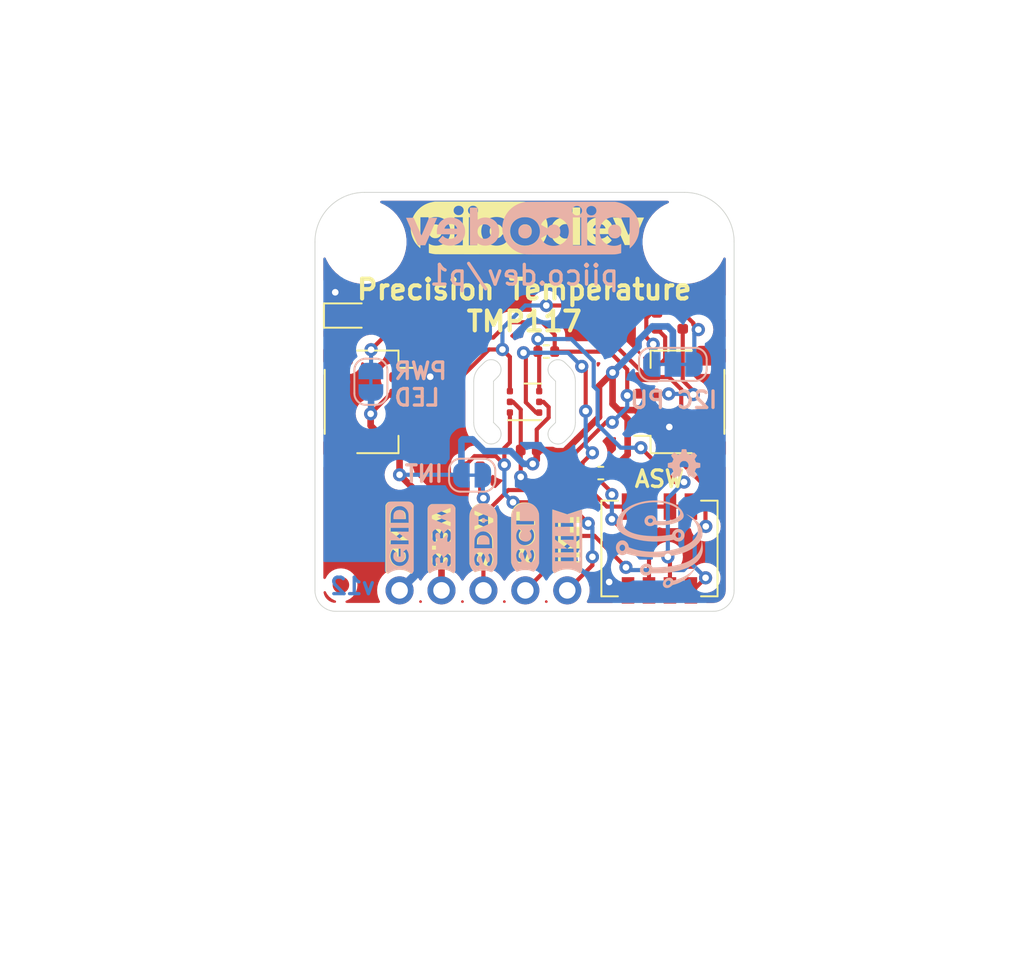
<source format=kicad_pcb>
(kicad_pcb (version 20211014) (generator pcbnew)
  (title_block (date "2021-12-23") (rev "v11") (comment 2 "PiicoDev and the PiicoDev logo are trademarks of Core Electronics Pty Ltd.") (comment 3 "License: CCASAv4.0 http://creativecommons.org/licenses/by-sa/4.0") (comment 4 "based off: https://www.sparkfun.com/products/15805"))
  (layers (0 "F.Cu" signal) (31 "B.Cu" signal) (34 "B.Paste" user) (35 "F.Paste" user) (36 "B.SilkS" user "B.Silkscreen") (37 "F.SilkS" user "F.Silkscreen") (38 "B.Mask" user) (39 "F.Mask" user) (44 "Edge.Cuts" user))
  (net 0 "")
  (net 1 "+3V3")
  (net 2 "GND")
  (net 3 "Net-(D1-Pad2)")
  (net 4 "/SCL")
  (net 5 "/SDA")
  (net 6 "Net-(JP1-Pad2)")
  (net 7 "Net-(JP2-Pad2)")
  (net 8 "Net-(JP3-Pad3)")
  (net 9 "Net-(JP3-Pad1)")
  (net 10 "/~{INT}")
  (net 11 "Net-(SW1-Pad5)")
  (net 12 "Net-(R6-Pad1)")
  (net 13 "Net-(SW1-Pad2)")
  (footprint "Capacitor_SMD:C_0402_1005Metric" (layer "F.Cu") (at 12.954 15.621)
    (fp_text reference "C1" hide)
    (fp_text value "100n")
    (pad "1" smd roundrect locked (at -0.485 0) (size 0.59 0.64) (layers "F.Cu" "F.Paste" "F.Mask") (net 2 "GND"))
    (pad "2" smd roundrect locked (at 0.485 0) (size 0.59 0.64) (layers "F.Cu" "F.Paste" "F.Mask") (net 1 "+3V3"))
  )
  (footprint "Connector_JST:JST_SH_SM04B-SRSS-TB_1x04-1MP_P1.00mm_Horizontal" (layer "F.Cu") (at 3.2766 12.7 -90)
    (fp_text reference "J1" hide)
    (fp_text value " ")
    (pad "1" smd roundrect locked (at -1.5 -2 270) (size 0.6 1.55) (layers "F.Cu" "F.Paste" "F.Mask") (net 2 "GND"))
    (pad "2" smd roundrect locked (at -0.5 -2 270) (size 0.6 1.55) (layers "F.Cu" "F.Paste" "F.Mask") (net 1 "+3V3"))
    (pad "3" smd roundrect locked (at 0.5 -2 270) (size 0.6 1.55) (layers "F.Cu" "F.Paste" "F.Mask") (net 5 "/SDA"))
    (pad "4" smd roundrect locked (at 1.5 -2 270) (size 0.6 1.55) (layers "F.Cu" "F.Paste" "F.Mask") (net 4 "/SCL"))
    (pad "MP" smd roundrect locked (at -2.8 1.875 270) (size 1.2 1.8) (layers "F.Cu" "F.Paste" "F.Mask") (roundrect_rratio 0.2083325))
    (pad "MP" smd roundrect locked (at 2.8 1.875 270) (size 1.2 1.8) (layers "F.Cu" "F.Paste" "F.Mask") (roundrect_rratio 0.2083325))
  )
  (footprint "Connector_JST:JST_SH_SM04B-SRSS-TB_1x04-1MP_P1.00mm_Horizontal" (layer "F.Cu") (at 22.1234 12.7 90)
    (fp_text reference "J2" hide)
    (fp_text value " ")
    (pad "1" smd roundrect locked (at -1.5 -2 90) (size 0.6 1.55) (layers "F.Cu" "F.Paste" "F.Mask") (net 2 "GND"))
    (pad "2" smd roundrect locked (at -0.5 -2 90) (size 0.6 1.55) (layers "F.Cu" "F.Paste" "F.Mask") (net 1 "+3V3"))
    (pad "3" smd roundrect locked (at 0.5 -2 90) (size 0.6 1.55) (layers "F.Cu" "F.Paste" "F.Mask") (net 5 "/SDA"))
    (pad "4" smd roundrect locked (at 1.5 -2 90) (size 0.6 1.55) (layers "F.Cu" "F.Paste" "F.Mask") (net 4 "/SCL"))
    (pad "MP" smd roundrect locked (at 2.8 1.875 90) (size 1.2 1.8) (layers "F.Cu" "F.Paste" "F.Mask") (roundrect_rratio 0.2083325))
    (pad "MP" smd roundrect locked (at -2.8 1.875 90) (size 1.2 1.8) (layers "F.Cu" "F.Paste" "F.Mask") (roundrect_rratio 0.2083325))
  )
  (footprint "Resistor_SMD:R_0402_1005Metric" (layer "F.Cu") (at 9.525 16.637 180)
    (fp_text reference "R2" hide)
    (fp_text value "10k")
    (pad "1" smd roundrect locked (at -0.485 0 180) (size 0.59 0.64) (layers "F.Cu" "F.Paste" "F.Mask") (net 7 "Net-(JP2-Pad2)"))
    (pad "2" smd roundrect locked (at 0.485 0 180) (size 0.59 0.64) (layers "F.Cu" "F.Paste" "F.Mask") (net 10 "/~{INT}"))
  )
  (footprint "Package_SON:WSON-6-1EP_2x2mm_P0.65mm_EP1x1.6mm" (layer "F.Cu") (at 12.7 12.7)
    (fp_text reference "U1" hide)
    (fp_text value "TMP117")
    (pad "1" smd roundrect locked (at -0.8875 -0.65) (size 0.375 0.4) (layers "F.Cu" "F.Paste" "F.Mask") (net 4 "/SCL"))
    (pad "2" smd roundrect locked (at -0.8875 0) (size 0.375 0.4) (layers "F.Cu" "F.Paste" "F.Mask") (net 2 "GND"))
    (pad "3" smd roundrect locked (at -0.8875 0.65) (size 0.375 0.4) (layers "F.Cu" "F.Paste" "F.Mask") (net 10 "/~{INT}"))
    (pad "4" smd roundrect locked (at 0.8875 0.65) (size 0.375 0.4) (layers "F.Cu" "F.Paste" "F.Mask") (net 11 "Net-(SW1-Pad5)"))
    (pad "5" smd roundrect locked (at 0.8875 0) (size 0.375 0.4) (layers "F.Cu" "F.Paste" "F.Mask") (net 1 "+3V3"))
    (pad "6" smd roundrect locked (at 0.8875 -0.65) (size 0.375 0.4) (layers "F.Cu" "F.Paste" "F.Mask") (net 12 "Net-(R6-Pad1)"))
  )
  (footprint "MountingHole:MountingHole_2.7mm_M2.5" (layer "F.Cu") (at 3 3)
    (fp_text reference "H1")
    (fp_text value "MountingHole")
    (pad "" np_thru_hole circle locked (at 0 0) (size 2.7 2.7) (drill 2.7) (layers *.Cu *.Mask))
  )
  (footprint "Resistor_SMD:R_0402_1005Metric" (layer "F.Cu") (at 22.2857 7.7851 -90)
    (fp_text reference "R4" hide)
    (fp_text value "10k")
    (pad "1" smd roundrect locked (at -0.485 0 270) (size 0.59 0.64) (layers "F.Cu" "F.Paste" "F.Mask") (net 9 "Net-(JP3-Pad1)"))
    (pad "2" smd roundrect locked (at 0.485 0 270) (size 0.59 0.64) (layers "F.Cu" "F.Paste" "F.Mask") (net 5 "/SDA"))
  )
  (footprint "MountingHole:MountingHole_2.7mm_M2.5" (layer "F.Cu") (at 22.4 3)
    (fp_text reference "H4")
    (fp_text value "MountingHole")
    (pad "" np_thru_hole circle locked (at 0 0) (size 2.7 2.7) (drill 2.7) (layers *.Cu *.Mask))
  )
  (footprint "Fiducial:Fiducial_1mm_Mask2mm" (layer "F.Cu") (at 1.572 23.7998)
    (fp_text reference "FID2")
    (fp_text value "Fiducial")
    (pad "" smd circle locked (at 0 0) (size 1 1) (layers "F.Cu" "F.Mask") (clearance 0.5))
  )
  (footprint "Resistor_SMD:R_0402_1005Metric" (layer "F.Cu") (at 4.4041 7.6835 90)
    (fp_text reference "R1" hide)
    (fp_text value "10k")
    (pad "1" smd roundrect locked (at -0.485 0 90) (size 0.59 0.64) (layers "F.Cu" "F.Paste" "F.Mask") (net 6 "Net-(JP1-Pad2)"))
    (pad "2" smd roundrect locked (at 0.485 0 90) (size 0.59 0.64) (layers "F.Cu" "F.Paste" "F.Mask") (net 3 "Net-(D1-Pad2)"))
  )
  (footprint "LED_SMD:LED_0603_1608Metric" (layer "F.Cu") (at 2.0292 7.4676)
    (fp_text reference "D1" hide)
    (fp_text value "LED")
    (pad "1" smd roundrect locked (at -0.7875 0) (size 0.875 0.95) (layers "F.Cu" "F.Paste" "F.Mask") (net 2 "GND"))
    (pad "2" smd roundrect locked (at 0.7875 0) (size 0.875 0.95) (layers "F.Cu" "F.Paste" "F.Mask") (net 3 "Net-(D1-Pad2)"))
  )
  (footprint "CoreElectronics_Artwork:piicodev_logo_14.2x3.4mm" (layer "F.Cu") (at 12.8877 2.2606)
    (fp_text reference "G2" hide)
    (fp_text value "LOGO_piico" hide)
  )
  (footprint "Fiducial:Fiducial_1mm_Mask2mm" (layer "F.Cu") (at 24.051 6.985)
    (fp_text reference "FID1")
    (fp_text value "Fiducial")
    (pad "" smd circle locked (at 0 0) (size 1 1) (layers "F.Cu" "F.Mask") (clearance 0.5))
  )
  (footprint "Resistor_SMD:R_0402_1005Metric" (layer "F.Cu") (at 20.7236 7.7851 -90)
    (fp_text reference "R3" hide)
    (fp_text value "10k")
    (pad "1" smd roundrect locked (at -0.485 0 270) (size 0.59 0.64) (layers "F.Cu" "F.Paste" "F.Mask") (net 8 "Net-(JP3-Pad3)"))
    (pad "2" smd roundrect locked (at 0.485 0 270) (size 0.59 0.64) (layers "F.Cu" "F.Paste" "F.Mask") (net 4 "/SCL"))
  )
  (footprint "Resistor_SMD:R_0402_1005Metric" (layer "F.Cu") (at 17.32 17.018 180)
    (fp_text reference "R5" hide)
    (fp_text value "10k")
    (pad "1" smd roundrect (at -0.51 0 180) (size 0.54 0.64) (layers "F.Cu" "F.Paste" "F.Mask") (net 1 "+3V3"))
    (pad "2" smd roundrect (at 0.51 0 180) (size 0.54 0.64) (layers "F.Cu" "F.Paste" "F.Mask") (net 13 "Net-(SW1-Pad2)"))
  )
  (footprint "CoreElectronics_Components:SW_DIP_x04_Slide_CHS-04A1" (layer "F.Cu") (at 20.876 21.59)
    (fp_text reference "SW1" hide)
    (fp_text value "SW_DIP_x04")
    (pad "1" smd rect locked (at -1.905 2.54) (size 0.76 1.6) (layers "F.Cu" "F.Paste" "F.Mask") (net 2 "GND"))
    (pad "2" smd rect locked (at -0.635 2.54) (size 0.76 1.6) (layers "F.Cu" "F.Paste" "F.Mask") (net 13 "Net-(SW1-Pad2)"))
    (pad "3" smd rect locked (at 0.635 2.54) (size 0.76 1.6) (layers "F.Cu" "F.Paste" "F.Mask") (net 12 "Net-(R6-Pad1)"))
    (pad "4" smd rect locked (at 1.905 2.54) (size 0.76 1.6) (layers "F.Cu" "F.Paste" "F.Mask") (net 4 "/SCL"))
    (pad "5" smd rect locked (at 1.905 -2.54) (size 0.76 1.6) (layers "F.Cu" "F.Paste" "F.Mask") (net 11 "Net-(SW1-Pad5)"))
    (pad "6" smd rect locked (at 0.635 -2.54) (size 0.76 1.6) (layers "F.Cu" "F.Paste" "F.Mask") (net 11 "Net-(SW1-Pad5)"))
    (pad "7" smd rect locked (at -0.635 -2.54) (size 0.76 1.6) (layers "F.Cu" "F.Paste" "F.Mask") (net 11 "Net-(SW1-Pad5)"))
    (pad "8" smd rect locked (at -1.905 -2.54) (size 0.76 1.6) (layers "F.Cu" "F.Paste" "F.Mask") (net 11 "Net-(SW1-Pad5)"))
  )
  (footprint "Resistor_SMD:R_0402_1005Metric" (layer "F.Cu") (at 14.018 9.652)
    (fp_text reference "R6" hide)
    (fp_text value "120R")
    (pad "1" smd roundrect (at -0.51 0) (size 0.54 0.64) (layers "F.Cu" "F.Paste" "F.Mask") (net 12 "Net-(R6-Pad1)"))
    (pad "2" smd roundrect (at 0.51 0) (size 0.54 0.64) (layers "F.Cu" "F.Paste" "F.Mask") (net 5 "/SDA"))
  )
  (footprint "CoreElectronics_Components:SolderJumper-2_P1.3mm_Bridged_RoundedPad1.0x1.5mm" (layer "B.Cu") (at 9.525 17.145)
    (fp_text reference "JP2" hide)
    (fp_text value "INT")
    (fp_poly (pts (xy 0.25 0.1) (xy -0.25 0.1) (xy -0.25 -0.1) (xy 0.25 -0.1)) (layer "B.Cu") (width 0) (fill solid))
    (pad "1" smd custom locked (at -0.65 0) (size 1 0.5) (layers "B.Cu" "B.Mask") (net 1 "+3V3") (options (clearance outline) (anchor rect)) (primitives (gr_circle (center 0 -0.25) (end 0.5 -0.25) (width 0) (fill yes)) (gr_circle (center 0 0.25) (end 0.5 0.25) (width 0) (fill yes)) (gr_poly (pts (xy 0 0.75) (xy 0.5 0.75) (xy 0.5 -0.75) (xy 0 -0.75)) (width 0) (fill yes))))
    (pad "2" smd custom locked (at 0.65 0) (size 1 0.5) (layers "B.Cu" "B.Mask") (net 7 "Net-(JP2-Pad2)") (options (clearance outline) (anchor rect)) (primitives (gr_circle (center 0 -0.25) (end 0.5 -0.25) (width 0) (fill yes)) (gr_circle (center 0 0.25) (end 0.5 0.25) (width 0) (fill yes)) (gr_poly (pts (xy 0 0.75) (xy -0.5 0.75) (xy -0.5 -0.75) (xy 0 -0.75)) (width 0) (fill yes))))
  )
  (footprint "CoreElectronics_Components:SolderJumper-3_P1.3mm_Closed_RoundedPad1.0x1.5mm_NumberLabels" (layer "B.Cu") (at 21.6888 10.4267 180)
    (fp_text reference "JP3" hide)
    (fp_text value "I2C PU")
    (fp_line (start -0.85 0) (end 0.85 0) (layer "B.Cu") (width 0.2))
    (pad "1" smd custom locked (at -1.3 0 180) (size 1 0.5) (layers "B.Cu" "B.Mask") (net 9 "Net-(JP3-Pad1)") (options (clearance outline) (anchor rect)) (primitives (gr_circle (center 0 -0.25) (end 0.5 -0.25) (width 0) (fill yes)) (gr_circle (center 0 0.25) (end 0.5 0.25) (width 0) (fill yes)) (gr_poly (pts (xy 0.55 0.75) (xy 0 0.75) (xy 0 -0.75) (xy 0.55 -0.75)) (width 0) (fill yes))))
    (pad "2" smd rect locked (at 0 0 180) (size 1 1.5) (layers "B.Cu" "B.Mask") (net 1 "+3V3"))
    (pad "3" smd custom locked (at 1.3 0 180) (size 1 0.5) (layers "B.Cu" "B.Mask") (net 8 "Net-(JP3-Pad3)") (options (clearance outline) (anchor rect)) (primitives (gr_circle (center 0 -0.25) (end 0.5 -0.25) (width 0) (fill yes)) (gr_circle (center 0 0.25) (end 0.5 0.25) (width 0) (fill yes)) (gr_poly (pts (xy -0.55 0.75) (xy 0 0.75) (xy 0 -0.75) (xy -0.55 -0.75)) (width 0) (fill yes))))
  )
  (footprint "CoreElectronics_Components:PiicoDev_header_5pin_INT" (layer "B.Cu") (at 5.128 24.13 -90)
    (fp_text reference "J3")
    (fp_text value " ")
    (pad "1" thru_hole circle locked (at 0 0 270) (size 1.7 1.7) (drill 1) (layers *.Cu *.Mask) (net 2 "GND"))
    (pad "2" thru_hole oval locked (at 0 -2.54 270) (size 1.7 1.7) (drill 1) (layers *.Cu *.Mask) (net 1 "+3V3"))
    (pad "3" thru_hole oval locked (at 0 -5.08 270) (size 1.7 1.7) (drill 1) (layers *.Cu *.Mask) (net 5 "/SDA"))
    (pad "4" thru_hole oval locked (at 0 -7.62 270) (size 1.7 1.7) (drill 1) (layers *.Cu *.Mask) (net 4 "/SCL"))
    (pad "5" thru_hole oval locked (at 0 -10.16 270) (size 1.7 1.7) (drill 1) (layers *.Cu *.Mask) (net 10 "/~{INT}"))
  )
  (footprint "CoreElectronics_Logos:oshw" (layer "B.Cu") (at 22.3746 16.4592 180)
    (fp_text reference "LOGO1" hide)
    (fp_text value "Logo_Open_Hardware_Small" hide)
  )
  (footprint "CoreElectronics_Artwork:CoreElectronics_logo_5mm" (layer "B.Cu") (at 20.876 21.336 180)
    (fp_text reference "G1" hide)
    (fp_text value "LOGO_CoreElectronics_no-text" hide)
  )
  (footprint "CoreElectronics_Artwork:piicodev_logo_14.2x3.4mm" (layer "B.Cu") (at 12.5702 2.2733 180)
    (fp_text reference "G3" hide)
    (fp_text value "LOGO_made-with-love" hide)
  )
  (footprint "CoreElectronics_Components:SolderJumper-2_P1.3mm_Bridged_RoundedPad1.0x1.5mm" (layer "B.Cu") (at 3.3881 11.4808 90)
    (fp_text reference "JP1" hide)
    (fp_text value "LED")
    (fp_poly (pts (xy 0.25 0.1) (xy -0.25 0.1) (xy -0.25 -0.1) (xy 0.25 -0.1)) (layer "B.Cu") (width 0) (fill solid))
    (pad "1" smd custom locked (at -0.65 0 90) (size 1 0.5) (layers "B.Cu" "B.Mask") (net 1 "+3V3") (options (clearance outline) (anchor rect)) (primitives (gr_circle (center 0 -0.25) (end 0.5 -0.25) (width 0) (fill yes)) (gr_circle (center 0 0.25) (end 0.5 0.25) (width 0) (fill yes)) (gr_poly (pts (xy 0 0.75) (xy 0.5 0.75) (xy 0.5 -0.75) (xy 0 -0.75)) (width 0) (fill yes))))
    (pad "2" smd custom locked (at 0.65 0 90) (size 1 0.5) (layers "B.Cu" "B.Mask") (net 6 "Net-(JP1-Pad2)") (options (clearance outline) (anchor rect)) (primitives (gr_circle (center 0 -0.25) (end 0.5 -0.25) (width 0) (fill yes)) (gr_circle (center 0 0.25) (end 0.5 0.25) (width 0) (fill yes)) (gr_poly (pts (xy 0 0.75) (xy -0.5 0.75) (xy -0.5 -0.75) (xy 0 -0.75)) (width 0) (fill yes))))
  )
  (gr_curve (pts (xy 9.968794 14.796654) (xy 9.968794 14.796654) (xy 10.254543 15.078894) (xy 10.254543 15.078894)) (layer "Edge.Cuts") (width 0.05))
  (gr_curve (pts (xy 11.101218 14.232218) (xy 11.101218 14.232218) (xy 10.819 13.95) (xy 10.819 13.95)) (layer "Edge.Cuts") (width 0.05))
  (gr_curve (pts (xy 11.277607 14.655556) (xy 11.277607 14.489739) (xy 11.210579 14.338047) (xy 11.101218 14.232218)) (layer "Edge.Cuts") (width 0.05))
  (gr_curve (pts (xy 10.819 11.448797) (xy 10.819 11.448797) (xy 11.101218 11.166579) (xy 11.101218 11.166579)) (layer "Edge.Cuts") (width 0.05))
  (gr_curve (pts (xy 9.619547 13.95) (xy 9.619547 14.281612) (xy 9.753605 14.577934) (xy 9.968794 14.796654)) (layer "Edge.Cuts") (width 0.05))
  (gr_curve (pts (xy 11.277607 10.73971) (xy 11.277607 10.549218) (xy 11.189413 10.37636) (xy 11.048293 10.270531)) (layer "Edge.Cuts") (width 0.05))
  (gr_curve (pts (xy 11.048293 10.270531) (xy 10.945995 10.189377) (xy 10.819 10.140005) (xy 10.677881 10.140005)) (layer "Edge.Cuts") (width 0.05))
  (gr_curve (pts (xy 11.101218 11.166579) (xy 11.101218 11.166579) (xy 11.101218 11.163047) (xy 11.101218 11.163047)) (layer "Edge.Cuts") (width 0.05))
  (gr_curve (pts (xy 11.101218 11.163047) (xy 11.210579 11.057218) (xy 11.277607 10.905527) (xy 11.277607 10.73971)) (layer "Edge.Cuts") (width 0.05))
  (gr_curve (pts (xy 9.968794 10.598612) (xy 9.753605 10.817332) (xy 9.619547 11.117185) (xy 9.619547 11.448797)) (layer "Edge.Cuts") (width 0.05))
  (gr_curve (pts (xy 9.619547 11.448797) (xy 9.619547 11.448797) (xy 9.619547 13.95) (xy 9.619547 13.95)) (layer "Edge.Cuts") (width 0.05))
  (gr_curve (pts (xy 10.254543 10.316394) (xy 10.254543 10.316394) (xy 9.968794 10.598612) (xy 9.968794 10.598612)) (layer "Edge.Cuts") (width 0.05))
  (gr_curve (pts (xy 10.254543 15.078894) (xy 10.363903 15.188254) (xy 10.512086 15.255283) (xy 10.677881 15.255283)) (layer "Edge.Cuts") (width 0.05))
  (gr_curve (pts (xy 10.677881 10.140005) (xy 10.512086 10.140005) (xy 10.363903 10.207033) (xy 10.254543 10.316394)) (layer "Edge.Cuts") (width 0.05))
  (gr_curve (pts (xy 10.819 13.95) (xy 10.819 13.95) (xy 10.819 11.448797) (xy 10.819 11.448797)) (layer "Edge.Cuts") (width 0.05))
  (gr_curve (pts (xy 11.044762 15.128266) (xy 11.185882 15.018906) (xy 11.277607 14.84958) (xy 11.277607 14.655556)) (layer "Edge.Cuts") (width 0.05))
  (gr_curve (pts (xy 10.677881 15.255283) (xy 10.815469 15.255283) (xy 10.942464 15.20942) (xy 11.044762 15.128266)) (layer "Edge.Cuts") (width 0.05))
  (gr_line (start 24.13 25.4) (end 1.27 25.4) (layer "Edge.Cuts") (width 0.05))
  (gr_arc (start 25.4 24.13) (mid 25.028026 25.028026) (end 24.13 25.4) (layer "Edge.Cuts") (width 0.05))
  (gr_arc (start 1.27 25.4) (mid 0.371974 25.028026) (end 0 24.13) (layer "Edge.Cuts") (width 0.05))
  (gr_curve (pts (xy 14.122187 10.743056) (xy 14.122187 10.552564) (xy 14.210381 10.379706) (xy 14.351501 10.273877)) (layer "Edge.Cuts") (width 0.05))
  (gr_curve (pts (xy 15.431 14.8) (xy 15.431 14.8) (xy 15.145251 15.08224) (xy 15.145251 15.08224)) (layer "Edge.Cuts") (width 0.05))
  (gr_curve (pts (xy 14.721913 15.258629) (xy 14.584325 15.258629) (xy 14.45733 15.212766) (xy 14.355032 15.131612)) (layer "Edge.Cuts") (width 0.05))
  (gr_curve (pts (xy 14.355032 15.131612) (xy 14.213912 15.022252) (xy 14.122187 14.852926) (xy 14.122187 14.658902)) (layer "Edge.Cuts") (width 0.05))
  (gr_curve (pts (xy 14.580794 11.452143) (xy 14.580794 11.452143) (xy 14.298576 11.169925) (xy 14.298576 11.169925)) (layer "Edge.Cuts") (width 0.05))
  (gr_curve (pts (xy 14.298576 11.169925) (xy 14.298576 11.169925) (xy 14.298576 11.166393) (xy 14.298576 11.166393)) (layer "Edge.Cuts") (width 0.05))
  (gr_arc (start 22.4 0) (mid 24.52132 0.87868) (end 25.4 3) (layer "Edge.Cuts") (width 0.05))
  (gr_curve (pts (xy 15.780247 11.452143) (xy 15.780247 11.452143) (xy 15.780247 13.953346) (xy 15.780247 13.953346)) (layer "Edge.Cuts") (width 0.05))
  (gr_curve (pts (xy 14.298576 14.235564) (xy 14.298576 14.235564) (xy 14.580794 13.953346) (xy 14.580794 13.953346)) (layer "Edge.Cuts") (width 0.05))
  (gr_curve (pts (xy 14.122187 14.658902) (xy 14.122187 14.493085) (xy 14.189215 14.341393) (xy 14.298576 14.235564)) (layer "Edge.Cuts") (width 0.05))
  (gr_curve (pts (xy 14.721913 10.143351) (xy 14.887708 10.143351) (xy 15.035891 10.210379) (xy 15.145251 10.31974)) (layer "Edge.Cuts") (width 0.05))
  (gr_curve (pts (xy 15.145251 15.08224) (xy 15.035891 15.1916) (xy 14.887708 15.258629) (xy 14.721913 15.258629)) (layer "Edge.Cuts") (width 0.05))
  (gr_curve (pts (xy 14.580794 13.953346) (xy 14.580794 13.953346) (xy 14.580794 11.452143) (xy 14.580794 11.452143)) (layer "Edge.Cuts") (width 0.05))
  (gr_curve (pts (xy 15.780247 13.953346) (xy 15.780247 14.284958) (xy 15.646189 14.58128) (xy 15.431 14.8)) (layer "Edge.Cuts") (width 0.05))
  (gr_line (start 3 0) (end 22.4 0) (layer "Edge.Cuts") (width 0.05))
  (gr_line (start 0 24.13) (end 0 3) (layer "Edge.Cuts") (width 0.05))
  (gr_curve (pts (xy 15.145251 10.31974) (xy 15.145251 10.31974) (xy 15.431 10.601958) (xy 15.431 10.601958)) (layer "Edge.Cuts") (width 0.05))
  (gr_curve (pts (xy 14.298576 11.166393) (xy 14.189215 11.060564) (xy 14.122187 10.908873) (xy 14.122187 10.743056)) (layer "Edge.Cuts") (width 0.05))
  (gr_arc (start 0 3) (mid 0.87868 0.87868) (end 3 0) (layer "Edge.Cuts") (width 0.05))
  (gr_line (start 25.4 3) (end 25.4 24.13) (layer "Edge.Cuts") (width 0.05))
  (gr_curve (pts (xy 15.431 10.601958) (xy 15.646189 10.820678) (xy 15.780247 11.120531) (xy 15.780247 11.452143)) (layer "Edge.Cuts") (width 0.05))
  (gr_curve (pts (xy 14.351501 10.273877) (xy 14.453799 10.192723) (xy 14.580794 10.143351) (xy 14.721913 10.143351)) (layer "Edge.Cuts") (width 0.05))
  (gr_text "v12" (at 2.286 23.876) (layer "B.Cu") (effects (font (size 1 1) (thickness 0.2)) (justify mirror)))
  (gr_text "INT" (at 6.604 17.065) (layer "B.SilkS") (effects (font (size 1 1) (thickness 0.2)) (justify mirror)))
  (gr_text "PWR\nLED" (at 4.699 11.6365) (layer "B.SilkS") (effects (font (size 1 1) (thickness 0.2)) (justify right mirror)))
  (gr_text "piico.dev/p1" (at 12.6845 5.0165) (layer "B.SilkS") (effects (font (size 1.2 1.2) (thickness 0.2)) (justify mirror)))
  (gr_text "I2C PU" (at 21.7396 12.5857) (layer "B.SilkS") (effects (font (size 1 1) (thickness 0.2)) (justify mirror)))
  (gr_text "Precision Temperature\nTMP117" (at 12.6845 6.858) (layer "F.SilkS") (effects (font (size 1.2 1.2) (thickness 0.25))))
  (gr_text "ASW" (at 20.876 17.3736) (layer "F.SilkS") (effects (font (size 1 1) (thickness 0.2))))
  (segment (start 18.415 13.208) (end 18.034 12.827) (width 0.4) (layer "F.Cu") (net 1))
  (segment (start 17.83 17.018) (end 18.94839 15.89961) (width 0.4) (layer "F.Cu") (net 1))
  (segment (start 5.2766 12.2) (end 4.599302 12.2) (width 0.25) (layer "F.Cu") (net 1))
  (segment (start 18.94839 15.89961) (end 18.94839 14.577824) (width 0.4) (layer "F.Cu") (net 1))
  (segment (start 18.034 12.827) (end 18.034 10.922) (width 0.4) (layer "F.Cu") (net 1))
  (segment (start 18.94839 13.74139) (end 18.94839 14.577824) (width 0.4) (layer "F.Cu") (net 1))
  (segment (start 18.034 10.922) (end 17.212034 11.743966) (width 0.4) (layer "F.Cu") (net 1))
  (segment (start 15.854978 14.978603) (end 15.309341 15.517541) (width 0.4) (layer "F.Cu") (net 1))
  (segment (start 13.5875 12.7) (end 13.843 12.7) (width 0.25) (layer "F.Cu") (net 1))
  (segment (start 18.423 13.2) (end 18.415 13.208) (width 0.4) (layer "F.Cu") (net 1))
  (segment (start 13.439 14.374) (end 13.439 15.621) (width 0.25) (layer "F.Cu") (net 1))
  (segment (start 5.128 15.894585) (end 3.375402 14.141987) (width 0.4) (layer "F.Cu") (net 1))
  (segment (start 15.309341 15.517541) (end 15.131246 15.695636) (width 0.4) (layer "F.Cu") (net 1))
  (segment (start 15.131246 15.695636) (end 14.591036 15.695636) (width 0.4) (layer "F.Cu") (net 1))
  (segment (start 7.668 19.6596) (end 7.668 24.13) (width 0.4) (layer "F.Cu") (net 1))
  (segment (start 4.599302 12.2) (end 3.375402 13.4239) (width 0.25) (layer "F.Cu") (net 1))
  (segment (start 20.1234 13.2) (end 18.423 13.2) (width 0.4) (layer "F.Cu") (net 1))
  (segment (start 13.843 12.7) (end 14.1605 13.0175) (width 0.25) (layer "F.Cu") (net 1))
  (segment (start 13.439 16.2142) (end 13.194 16.4592) (width 0.4) (layer "F.Cu") (net 1))
  (segment (start 14.591036 15.695636) (end 14.370326 15.621) (width 0.4) (layer "F.Cu") (net 1))
  (segment (start 17.212034 13.621547) (end 15.854978 14.978603) (width 0.4) (layer "F.Cu") (net 1))
  (segment (start 5.128 17.1196) (end 5.128 15.894585) (width 0.4) (layer "F.Cu") (net 1))
  (segment (start 14.1605 13.6525) (end 13.439 14.374) (width 0.25) (layer "F.Cu") (net 1))
  (segment (start 5.128 17.1196) (end 7.668 19.6596) (width 0.4) (layer "F.Cu") (net 1))
  (segment (start 17.212034 11.743966) (end 17.212034 13.621547) (width 0.4) (layer "F.Cu") (net 1))
  (segment (start 13.439 15.621) (end 13.439 16.2142) (width 0.4) (layer "F.Cu") (net 1))
  (segment (start 18.415 13.208) (end 18.94839 13.74139) (width 0.4) (layer "F.Cu") (net 1))
  (segment (start 14.1605 13.0175) (end 14.1605 13.6525) (width 0.25) (layer "F.Cu") (net 1))
  (segment (start 14.370326 15.621) (end 13.439 15.621) (width 0.4) (layer "F.Cu") (net 1))
  (segment (start 3.375402 14.141987) (end 3.375402 13.4239) (width 0.4) (layer "F.Cu") (net 1))
  (via (at 13.194 16.4592) (size 0.8) (drill 0.4) (layers "F.Cu" "B.Cu") (net 1))
  (via (at 5.128 17.1196) (size 0.8) (drill 0.4) (layers "F.Cu" "B.Cu") (net 1))
  (via (at 3.375402 13.4239) (size 0.8) (drill 0.4) (layers "F.Cu" "B.Cu") (net 1))
  (via (at 18.034 10.922) (size 0.8) (drill 0.4) (layers "F.Cu" "B.Cu") (net 1))
  (segment (start 21.384 8.128) (end 20.44382 8.128) (width 0.4) (layer "B.Cu") (net 1))
  (segment (start 9.544881 14.975322) (end 8.961378 14.975322) (width 0.4) (layer "B.Cu") (net 1))
  (segment (start 21.6888 10.4267) (end 21.6888 8.4328) (width 0.4) (layer "B.Cu") (net 1))
  (segment (start 8.875 15.0617) (end 8.875 17.145) (width 0.4) (layer "B.Cu") (net 1))
  (segment (start 5.128 17.1196) (end 8.8496 17.1196) (width 0.25) (layer "B.Cu") (net 1))
  (segment (start 20.44382 8.128) (end 19.606 8.96582) (width 0.4) (layer "B.Cu") (net 1))
  (segment (start 19.606 8.96582) (end 19.606 9.35) (width 0.4) (layer "B.Cu") (net 1))
  (segment (start 19.606 9.35) (end 18.034 10.922) (width 0.4) (layer "B.Cu") (net 1))
  (segment (start 10.265661 15.687258) (end 9.883903 15.31018) (width 0.4) (layer "B.Cu") (net 1))
  (segment (start 12.628315 16.4592) (end 11.856373 15.687258) (width 0.4) (layer "B.Cu") (net 1))
  (segment (start 3.4 13.399302) (end 3.375402 13.4239) (width 0.4) (layer "B.Cu") (net 1))
  (segment (start 21.6888 8.4328) (end 21.384 8.128) (width 0.4) (layer "B.Cu") (net 1))
  (segment (start 8.8496 17.1196) (end 8.875 17.145) (width 0.25) (layer "B.Cu") (net 1))
  (segment (start 9.883903 15.31018) (end 9.544881 14.975322) (width 0.4) (layer "B.Cu") (net 1))
  (segment (start 11.856373 15.687258) (end 10.265661 15.687258) (width 0.4) (layer "B.Cu") (net 1))
  (segment (start 3.4 12.15) (end 3.4 13.399302) (width 0.4) (layer "B.Cu") (net 1))
  (segment (start 8.961378 14.975322) (end 8.875 15.0617) (width 0.4) (layer "B.Cu") (net 1))
  (segment (start 13.194 16.4592) (end 12.628315 16.4592) (width 0.4) (layer "B.Cu") (net 1))
  (segment (start 12.469 15.621) (end 12.469 17.249) (width 0.25) (layer "F.Cu") (net 2))
  (segment (start 1.2417 7.4676) (end 1.2417 6.0705) (width 0.25) (layer "F.Cu") (net 2))
  (segment (start 5.2766 11.2) (end 6.961 11.2) (width 0.4) (layer "F.Cu") (net 2))
  (segment (start 12.0015 12.7) (end 12.469 13.1675) (width 0.25) (layer "F.Cu") (net 2))
  (segment (start 21.44779 14.2) (end 21.47179 14.224) (width 0.4) (layer "F.Cu") (net 2))
  (segment (start 20.1234 14.2) (end 21.44779 14.2) (width 0.4) (layer "F.Cu") (net 2))
  (segment (start 1.2417 6.0705) (end 1.2291 6.0579) (width 0.25) (layer "F.Cu") (net 2))
  (segment (start 11.8125 12.7) (end 12.0015 12.7) (width 0.25) (layer "F.Cu") (net 2))
  (segment (start 18.3354 24.13) (end 17.828 23.6226) (width 0.25) (layer "F.Cu") (net 2))
  (segment (start 12.469 13.1675) (end 12.469 15.621) (width 0.25) (layer "F.Cu") (net 2))
  (segment (start 6.961 11.2) (end 6.985 11.176) (width 0.25) (layer "F.Cu") (net 2))
  (segment (start 18.971 24.13) (end 18.3354 24.13) (width 0.25) (layer "F.Cu") (net 2))
  (via (at 21.47179 14.224) (size 0.8) (drill 0.4) (layers "F.Cu" "B.Cu") (net 2))
  (via (at 1.2291 6.0579) (size 0.8) (drill 0.4) (layers "F.Cu" "B.Cu") (net 2))
  (via (at 6.985 11.176) (size 0.8) (drill 0.4) (layers "F.Cu" "B.Cu") (net 2))
  (via (at 17.828 23.6226) (size 0.8) (drill 0.4) (layers "F.Cu" "B.Cu") (net 2))
  (via (at 12.469 17.249) (size 0.8) (drill 0.4) (layers "F.Cu" "B.Cu") (net 2))
  (segment (start 2.8167 7.4676) (end 4.135 7.4676) (width 0.25) (layer "F.Cu") (net 3))
  (segment (start 4.135 7.4676) (end 4.4041 7.1985) (width 0.25) (layer "F.Cu") (net 3))
  (segment (start 15.781424 6.858) (end 20.1234 11.199976) (width 0.25) (layer "F.Cu") (net 4))
  (segment (start 5.871152 14.2) (end 10.546156 9.524996) (width 0.25) (layer "F.Cu") (net 4))
  (segment (start 23.683473 20.25059) (end 23.663801 20.230918) (width 0.25) (layer "F.Cu") (net 4))
  (segment (start 10.546156 9.524996) (end 11.360701 9.524996) (width 0.25) (layer "F.Cu") (net 4))
  (segment (start 21.220001 10.103399) (end 20.1234 11.2) (width 0.25) (layer "F.Cu") (net 4))
  (segment (start 22.781 24.13) (end 22.908 24.13) (width 0.25) (layer "F.Cu") (net 4))
  (segment (start 14.018 6.858) (end 15.781424 6.858) (width 0.25) (layer "F.Cu") (net 4))
  (segment (start 22.1968 16.370598) (end 22.1968 11.9467) (width 0.25) (layer "F.Cu") (net 4))
  (segment (start 21.220001 8.766501) (end 21.220001 10.103399) (width 0.25) (layer "F.Cu") (net 4))
  (segment (start 11.360701 9.524996) (end 11.8125 9.976795) (width 0.25) (layer "F.Cu") (net 4))
  (segment (start 16.941502 20.828) (end 18.844 22.730498) (width 0.25) (layer "F.Cu") (net 4))
  (segment (start 11.8125 12.05) (end 11.8125 9.976795) (width 0.25) (layer "F.Cu") (net 4))
  (segment (start 20.7236 8.2701) (end 21.220001 8.766501) (width 0.25) (layer "F.Cu") (net 4))
  (segment (start 23.663801 20.230918) (end 23.663801 17.837599) (width 0.25) (layer "F.Cu") (net 4))
  (segment (start 16.05 20.828) (end 16.941502 20.828) (width 0.25) (layer "F.Cu") (net 4))
  (segment (start 11.8125 9.976795) (end 11.360713 9.525008) (width 0.25) (layer "F.Cu") (net 4))
  (segment (start 21.4501 11.2) (end 20.1234 11.2) (width 0.25) (layer "F.Cu") (net 4))
  (segment (start 22.908 24.13) (end 23.67 23.368) (width 0.25) (layer "F.Cu") (net 4))
  (segment (start 22.1968 11.9467) (end 21.4501 11.2) (width 0.25) (layer "F.Cu") (net 4))
  (segment (start 12.748 24.13) (end 16.05 20.828) (width 0.25) (layer "F.Cu") (net 4))
  (segment (start 23.663801 17.837599) (end 22.1968 16.370598) (width 0.25) (layer "F.Cu") (net 4))
  (segment (start 5.2766 14.2) (end 5.871152 14.2) (width 0.25) (layer "F.Cu") (net 4))
  (via (at 18.844 22.730498) (size 0.8) (drill 0.4) (layers "F.Cu" "B.Cu") (net 4))
  (via (at 23.67 23.368) (size 0.8) (drill 0.4) (layers "F.Cu" "B.Cu") (net 4))
  (via (at 23.683473 20.25059) (size 0.8) (drill 0.4) (layers "F.Cu" "B.Cu") (net 4))
  (via (at 11.360713 9.525008) (size 0.8) (drill 0.4) (layers "F.Cu" "B.Cu") (net 4))
  (via (at 14.018 6.858) (size 0.8) (drill 0.4) (layers "F.Cu" "B.Cu") (net 4))
  (segment (start 23.0119 21.4757) (end 23.0119 20.922163) (width 0.25) (layer "B.Cu") (net 4))
  (segment (start 23.0119 22.223292) (end 22.768596 22.466596) (width 0.25) (layer "B.Cu") (net 4))
  (segment (start 18.844 22.730498) (end 19.011602 22.8981) (width 0.25) (layer "B.Cu") (net 4))
  (segment (start 23.67 23.368) (end 22.768596 22.466596) (width 0.25) (layer "B.Cu") (net 4))
  (segment (start 12.748 6.858) (end 11.360713 8.245287) (width 0.25) (layer "B.Cu") (net 4))
  (segment (start 22.337092 22.8981) (end 22.768596 22.466596) (width 0.25) (layer "B.Cu") (net 4))
  (segment (start 19.011602 22.8981) (end 22.337092 22.8981) (width 0.25) (layer "B.Cu") (net 4))
  (segment (start 11.360713 8.245287) (end 11.360713 9.525008) (width 0.25) (layer "B.Cu") (net 4))
  (segment (start 14.018 6.858) (end 12.748 6.858) (width 0.25) (layer "B.Cu") (net 4))
  (segment (start 23.0119 20.922163) (end 23.683473 20.25059) (width 0.25) (layer "B.Cu") (net 4))
  (segment (start 23.0119 21.4757) (end 23.0119 22.223292) (width 0.25) (layer "B.Cu") (net 4))
  (segment (start 16.378569 15.199374) (end 17.639625 13.938318) (width 0.25) (layer "F.Cu") (net 5))
  (segment (start 11.732 7.874) (end 13.764 7.874) (width 0.25) (layer "F.Cu") (net 5))
  (segment (start 22.92181 12.0353) (end 22.92181 12.2555) (width 0.25) (layer "F.Cu") (net 5))
  (segment (start 17.842004 9.657002) (end 14.533002 9.657002) (width 0.25) (layer "F.Cu") (net 5))
  (segment (start 11.7183 18.0477) (end 13.5237 18.0477) (width 0.25) (layer "F.Cu") (net 5))
  (segment (start 6.0516 13.2) (end 10.451616 8.799984) (width 0.25) (layer "F.Cu") (net 5))
  (segment (start 13.764 7.874) (end 14.528 8.638) (width 0.25) (layer "F.Cu") (net 5))
  (segment (start 5.2766 13.2) (end 6.0516 13.2) (width 0.25) (layer "F.Cu") (net 5))
  (segment (start 14.528 8.638) (end 14.528 9.652) (width 0.25) (layer "F.Cu") (net 5))
  (segment (start 22.2857 8.2701) (end 22.2857 11.39919) (width 0.25) (layer "F.Cu") (net 5))
  (segment (start 10.806016 8.799984) (end 11.732 7.874) (width 0.25) (layer "F.Cu") (net 5))
  (segment (start 15.845645 15.725754) (end 16.378569 15.199374) (width 0.25) (layer "F.Cu") (net 5))
  (segment (start 10.208 19.558) (end 11.7183 18.0477) (width 0.25) (layer "F.Cu") (net 5))
  (segment (start 17.842004 9.657002) (end 18.923 10.737998) (width 0.25) (layer "F.Cu") (net 5))
  (segment (start 20.0044 12.319) (end 20.1234 12.2) (width 0.25) (layer "F.Cu") (net 5))
  (segment (start 22.2857 11.39919) (end 22.92181 12.0353) (width 0.25) (layer "F.Cu") (net 5))
  (segment (start 18.923 10.737998) (end 18.923 12.319) (width 0.25) (layer "F.Cu") (net 5))
  (segment (start 21.415189 12.2) (end 21.432589 12.2174) (width 0.25) (layer "F.Cu") (net 5))
  (segment (start 20.1234 12.2) (end 21.415189 12.2) (width 0.25) (layer "F.Cu") (net 5))
  (segment (start 17.639625 13.938318) (end 18.012036 13.938318) (width 0.25) (layer "F.Cu") (net 5))
  (segment (start 10.208 24.13) (end 10.208 19.558) (width 0.25) (layer "F.Cu") (net 5))
  (segment (start 10.451616 8.799984) (end 10.806016 8.799984) (width 0.25) (layer "F.Cu") (net 5))
  (segment (start 13.5237 18.0477) (end 15.845645 15.725754) (width 0.25) (layer "F.Cu") (net 5))
  (segment (start 18.923 12.319) (end 20.0044 12.319) (width 0.25) (layer "F.Cu") (net 5))
  (segment (start 14.533002 9.657002) (end 14.528 9.652) (width 0.25) (layer "F.Cu") (net 5))
  (via (at 22.92181 12.2555) (size 0.8) (drill 0.4) (layers "F.Cu" "B.Cu") (net 5))
  (via (at 18.923 12.319) (size 0.8) (drill 0.4) (layers "F.Cu" "B.Cu") (net 5))
  (via (at 18.012036 13.938318) (size 0.8) (drill 0.4) (layers "F.Cu" "B.Cu") (net 5))
  (via (at 21.432589 12.2174) (size 0.8) (drill 0.4) (layers "F.Cu" "B.Cu") (net 5))
  (segment (start 18.923 12.319) (end 18.923 13.027354) (width 0.25) (layer "B.Cu") (net 5))
  (segment (start 22.88371 12.2174) (end 22.92181 12.2555) (width 0.25) (layer "B.Cu") (net 5))
  (segment (start 18.923 13.027354) (end 18.012036 13.938318) (width 0.25) (layer "B.Cu") (net 5))
  (segment (start 21.432589 12.2174) (end 22.88371 12.2174) (width 0.25) (layer "B.Cu") (net 5))
  (segment (start 4.4041 8.1685) (end 4.4041 8.5344) (width 0.25) (layer "F.Cu") (net 6))
  (segment (start 4.4041 8.5344) (end 3.4008 9.5377) (width 0.25) (layer "F.Cu") (net 6))
  (via (at 3.4008 9.5377) (size 0.8) (drill 0.4) (layers "F.Cu" "B.Cu") (net 6))
  (segment (start 3.4008 9.5377) (end 3.4008 10.8492) (width 0.25) (layer "B.Cu") (net 6))
  (segment (start 10.01 18.344) (end 10.01 16.637) (width 0.25) (layer "F.Cu") (net 7))
  (segment (start 10.203701 18.537701) (end 10.01 18.344) (width 0.25) (layer "F.Cu") (net 7))
  (via (at 10.203701 18.537701) (size 0.8) (drill 0.4) (layers "F.Cu" "B.Cu") (net 7))
  (segment (start 10.175 18.509) (end 10.175 17.145) (width 0.25) (layer "B.Cu") (net 7))
  (segment (start 10.203701 18.537701) (end 10.175 18.509) (width 0.25) (layer "B.Cu") (net 7))
  (segment (start 20.495 9.2075) (end 20.07859 8.79109) (width 0.25) (layer "F.Cu") (net 8))
  (segment (start 20.07859 7.62511) (end 20.4036 7.3001) (width 0.25) (layer "F.Cu") (net 8))
  (segment (start 20.07859 8.79109) (end 20.07859 7.62511) (width 0.25) (layer "F.Cu") (net 8))
  (segment (start 20.4036 7.3001) (end 20.7236 7.3001) (width 0.25) (layer "F.Cu") (net 8))
  (via (at 20.495 9.2075) (size 0.8) (drill 0.4) (layers "F.Cu" "B.Cu") (net 8))
  (segment (start 20.3888 10.4267) (end 20.3888 9.3137) (width 0.25) (layer "B.Cu") (net 8))
  (segment (start 20.3888 9.3137) (end 20.495 9.2075) (width 0.25) (layer "B.Cu") (net 8))
  (segment (start 22.93071 8.018161) (end 22.93071 7.926878) (width 0.25) (layer "F.Cu") (net 9))
  (segment (start 22.93071 7.926878) (end 22.303932 7.3001) (width 0.25) (layer "F.Cu") (net 9))
  (segment (start 22.303932 7.3001) (end 22.2857 7.3001) (width 0.25) (layer "F.Cu") (net 9))
  (segment (start 23.231797 8.319248) (end 22.93071 8.018161) (width 0.25) (layer "F.Cu") (net 9))
  (via (at 23.231797 8.319248) (size 0.8) (drill 0.4) (layers "F.Cu" "B.Cu") (net 9))
  (segment (start 22.9888 8.562245) (end 23.231797 8.319248) (width 0.25) (layer "B.Cu") (net 9))
  (segment (start 22.9888 10.4267) (end 22.9888 8.562245) (width 0.25) (layer "B.Cu") (net 9))
  (segment (start 16.558 20.066) (end 15.280399 18.788399) (width 0.25) (layer "F.Cu") (net 10))
  (segment (start 11.478 16.51) (end 10.96048 15.99248) (width 0.25) (layer "F.Cu") (net 10))
  (segment (start 9.666983 15.99248) (end 9.04 16.619463) (width 0.25) (layer "F.Cu") (net 10))
  (segment (start 10.96048 15.99248) (end 9.666983 15.99248) (width 0.25) (layer "F.Cu") (net 10))
  (segment (start 16.812 22.606) (end 16.812 22.098) (width 0.25) (layer "F.Cu") (net 10))
  (segment (start 11.478 15.494) (end 11.8125 15.1595) (width 0.25) (layer "F.Cu") (net 10))
  (segment (start 11.8125 13.35) (end 11.8125 15.1595) (width 0.25) (layer "F.Cu") (net 10))
  (segment (start 11.478 16.51) (end 11.478 15.494) (width 0.25) (layer "F.Cu") (net 10))
  (segment (start 15.288 24.13) (end 16.812 22.606) (width 0.25) (layer "F.Cu") (net 10))
  (segment (start 15.280399 18.788399) (end 12.002199 18.788399) (width 0.25) (layer "F.Cu") (net 10))
  (via (at 11.478 16.51) (size 0.8) (drill 0.4) (layers "F.Cu" "B.Cu") (net 10))
  (via (at 16.812 22.098) (size 0.8) (drill 0.4) (layers "F.Cu" "B.Cu") (net 10))
  (via (at 12.002199 18.788399) (size 0.8) (drill 0.4) (layers "F.Cu" "B.Cu") (net 10))
  (via (at 16.558 20.066) (size 0.8) (drill 0.4) (layers "F.Cu" "B.Cu") (net 10))
  (segment (start 16.812 22.098) (end 16.812 20.32) (width 0.25) (layer "B.Cu") (net 10))
  (segment (start 16.812 20.32) (end 16.558 20.066) (width 0.25) (layer "B.Cu") (net 10))
  (segment (start 12.002199 18.788399) (end 11.478 18.2642) (width 0.25) (layer "B.Cu") (net 10))
  (segment (start 11.478 18.2642) (end 11.478 16.51) (width 0.25) (layer "B.Cu") (net 10))
  (segment (start 16.813 15.789322) (end 16.21548 16.386842) (width 0.25) (layer "F.Cu") (net 11))
  (segment (start 16.405297 10.787001) (end 16.166645 10.548349) (width 0.25) (layer "F.Cu") (net 11))
  (segment (start 21.511 19.05) (end 20.241 19.05) (width 0.25) (layer "F.Cu") (net 11))
  (segment (start 16.21548 17.574096) (end 17.691384 19.05) (width 0.25) (layer "F.Cu") (net 11))
  (segment (start 16.21548 16.386842) (end 16.21548 17.574096) (width 0.25) (layer "F.Cu") (net 11))
  (segment (start 16.405297 13.2588) (end 16.405297 10.787001) (width 0.25) (layer "F.Cu") (net 11))
  (segment (start 12.779854 9.864168) (end 12.779854 12.729854) (width 0.25) (layer "F.Cu") (net 11))
  (segment (start 13.4 13.35) (end 13.5875 13.35) (width 0.25) (layer "F.Cu") (net 11))
  (segment (start 12.779854 12.729854) (end 13.4 13.35) (width 0.25) (layer "F.Cu") (net 11))
  (segment (start 20.241 19.05) (end 18.971 19.05) (width 0.25) (layer "F.Cu") (net 11))
  (segment (start 17.691384 19.05) (end 18.971 19.05) (width 0.25) (layer "F.Cu") (net 11))
  (segment (start 12.6385 9.722814) (end 12.779854 9.864168) (width 0.25) (layer "F.Cu") (net 11))
  (segment (start 22.781 19.05) (end 21.511 19.05) (width 0.25) (layer "F.Cu") (net 11))
  (via (at 12.6385 9.722814) (size 0.8) (drill 0.4) (layers "F.Cu" "B.Cu") (net 11))
  (via (at 16.166645 10.548349) (size 0.8) (drill 0.4) (layers "F.Cu" "B.Cu") (net 11))
  (via (at 16.405297 13.2588) (size 0.8) (drill 0.4) (layers "F.Cu" "B.Cu") (net 11))
  (via (at 16.813 15.789322) (size 0.8) (drill 0.4) (layers "F.Cu" "B.Cu") (net 11))
  (segment (start 16.405297 15.381619) (end 16.813 15.789322) (width 0.25) (layer "B.Cu") (net 11))
  (segment (start 15.34111 9.722814) (end 16.166645 10.548349) (width 0.25) (layer "B.Cu") (net 11))
  (segment (start 12.6385 9.722814) (end 15.34111 9.722814) (width 0.25) (layer "B.Cu") (net 11))
  (segment (start 16.405297 13.2588) (end 16.405297 15.381619) (width 0.25) (layer "B.Cu") (net 11))
  (segment (start 13.508 9.652) (end 13.508 8.892) (width 0.25) (layer "F.Cu") (net 12))
  (segment (start 22.363802 17.562198) (end 21.83019 17.562198) (width 0.25) (layer "F.Cu") (net 12))
  (segment (start 21.511 22.225) (end 21.384 22.098) (width 0.25) (layer "F.Cu") (net 12))
  (segment (start 13.508 8.892) (end 13.51 8.89) (width 0.25) (layer "F.Cu") (net 12))
  (segment (start 13.5875 9.657002) (end 13.5875 12.05) (width 0.25) (layer "F.Cu") (net 12))
  (segment (start 21.83019 17.562198) (end 19.74789 15.479898) (width 0.25) (layer "F.Cu") (net 12))
  (segment (start 21.511 24.13) (end 21.511 22.225) (width 0.25) (layer "F.Cu") (net 12))
  (via (at 21.384 22.098) (size 0.8) (drill 0.4) (layers "F.Cu" "B.Cu") (net 12))
  (via (at 19.74789 15.479898) (size 0.8) (drill 0.4) (layers "F.Cu" "B.Cu") (net 12))
  (via (at 22.363802 17.562198) (size 0.8) (drill 0.4) (layers "F.Cu" "B.Cu") (net 12))
  (via (at 13.51 8.89) (size 0.8) (drill 0.4) (layers "F.Cu" "B.Cu") (net 12))
  (segment (start 21.384 18.542) (end 21.384 22.098) (width 0.25) (layer "B.Cu") (net 12))
  (segment (start 17.129808 12.001808) (end 17.129808 14.080704) (width 0.25) (layer "B.Cu") (net 12))
  (segment (start 16.891156 11.763156) (end 17.129808 12.001808) (width 0.25) (layer "B.Cu") (net 12))
  (segment (start 13.51 8.89) (end 15.53291 8.89) (width 0.25) (layer "B.Cu") (net 12))
  (segment (start 18.529002 15.479898) (end 19.74789 15.479898) (width 0.25) (layer "B.Cu") (net 12))
  (segment (start 15.53291 8.89) (end 16.891156 10.248246) (width 0.25) (layer "B.Cu") (net 12))
  (segment (start 17.129808 14.080704) (end 18.529002 15.479898) (width 0.25) (layer "B.Cu") (net 12))
  (segment (start 22.363802 17.562198) (end 21.384 18.542) (width 0.25) (layer "B.Cu") (net 12))
  (segment (start 16.891156 10.248246) (end 16.891156 11.763156) (width 0.25) (layer "B.Cu") (net 12))
  (segment (start 20.241 24.13) (end 20.241 22.061502) (width 0.25) (layer "F.Cu") (net 13))
  (segment (start 17.991498 18.199498) (end 16.81 17.018) (width 0.25) (layer "F.Cu") (net 13))
  (segment (start 17.991498 18.3255) (end 17.991498 18.199498) (width 0.25) (layer "F.Cu") (net 13))
  (segment (start 20.241 22.061502) (end 17.991498 19.812) (width 0.25) (layer "F.Cu") (net 13))
  (via (at 17.991498 19.812) (size 0.8) (drill 0.4) (layers "F.Cu" "B.Cu") (net 13))
  (via (at 17.991498 18.3255) (size 0.8) (drill 0.4) (layers "F.Cu" "B.Cu") (net 13))
  (segment (start 17.991498 19.812) (end 17.991498 18.3255) (width 0.25) (layer "B.Cu") (net 13))
  (zone (net 0) (net_name "") (layer "F.Cu") (connect_pads (clearance 0.508)) (min_thickness 0.15) (fill yes (thermal_gap 0.508) (thermal_bridge_width 0.508))
    (polygon (pts (xy 23.622 0.254) (xy 24.384 0.762) (xy 25.019 1.524) (xy 25.4 2.667) (xy 25.4 3.429) (xy 25.4 4.826) (xy 25.4 7.5) (xy 25.4 22.5298) (xy 25.4 23.876) (xy 25.3365 24.384) (xy 25.019 24.892) (xy 24.511 25.273) (xy 24.003 25.4) (xy 22.5044 25.4) (xy 1.778 25.4) (xy 1.0795 25.3365) (xy 0.4445 24.9555) (xy 0.0635 24.3205) (xy 0 23.876) (xy 0 22.4028) (xy 0 3.1242) (xy 0.0762 2.3368) (xy 0.4318 1.4732) (xy 0.9398 0.8382) (xy 1.6256 0.3556) (xy 2.4384 0.0508) (xy 3.048 0) (xy 22.606 0)))
  )
  (zone (net 0) (net_name "") (layers F&B.Cu) (connect_pads (clearance 0)) (min_thickness 0.254)
    (keepout (tracks allowed) (vias allowed) (pads allowed) (copperpour not_allowed) (footprints allowed))
    (fill (thermal_gap 0.508) (thermal_bridge_width 0.508))
    (polygon (pts (xy 14.966 15.129) (xy 10.394 15.129) (xy 10.394 10.176) (xy 14.966 10.176)))
  )
  (zone (net 2) (net_name "GND") (layer "B.Cu") (connect_pads (clearance 0.508)) (min_thickness 0.15) (fill yes (thermal_gap 0.508) (thermal_bridge_width 0.508))
    (polygon (pts (xy 23.622 0.254) (xy 24.384 0.762) (xy 25.019 1.524) (xy 25.4 2.667) (xy 25.4 3.429) (xy 25.4 4.826) (xy 25.4 7.5) (xy 25.4 22.5298) (xy 25.4 23.876) (xy 25.3365 24.384) (xy 25.019 24.892) (xy 24.511 25.273) (xy 24.003 25.4) (xy 22.5044 25.4) (xy 1.778 25.4) (xy 1.0795 25.3365) (xy 0.4445 24.9555) (xy 0.0635 24.3205) (xy 0 23.876) (xy 0 22.4028) (xy 0 3.1242) (xy 0.0762 2.3368) (xy 0.4318 1.4732) (xy 0.9398 0.8382) (xy 1.6256 0.3556) (xy 2.4384 0.0508) (xy 3.048 0) (xy 22.606 0)))
  )
)
</source>
